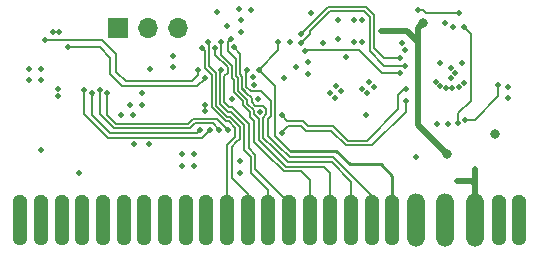
<source format=gbr>
%TF.GenerationSoftware,KiCad,Pcbnew,7.0.7*%
%TF.CreationDate,2024-01-01T23:26:11-08:00*%
%TF.ProjectId,Curly_Mini_v0,4375726c-795f-44d6-996e-695f76302e6b,rev?*%
%TF.SameCoordinates,Original*%
%TF.FileFunction,Copper,L4,Bot*%
%TF.FilePolarity,Positive*%
%FSLAX46Y46*%
G04 Gerber Fmt 4.6, Leading zero omitted, Abs format (unit mm)*
G04 Created by KiCad (PCBNEW 7.0.7) date 2024-01-01 23:26:11*
%MOMM*%
%LPD*%
G01*
G04 APERTURE LIST*
G04 Aperture macros list*
%AMFreePoly0*
4,1,29,0.193136,2.094410,0.334892,2.027705,0.455605,1.927842,0.547692,1.801096,0.605364,1.655431,0.625000,1.500000,0.625000,-1.500000,0.620072,-1.578333,0.581110,-1.730078,0.505636,-1.867366,0.398390,-1.981571,0.266112,-2.065517,0.117113,-2.113930,-0.039244,-2.123767,-0.193136,-2.094410,-0.334892,-2.027705,-0.455605,-1.927842,-0.547692,-1.801096,-0.605364,-1.655431,-0.625000,-1.500000,
-0.625000,1.500000,-0.620072,1.578333,-0.581110,1.730078,-0.505636,1.867366,-0.398390,1.981571,-0.266112,2.065517,-0.117113,2.113930,0.039244,2.123767,0.193136,2.094410,0.193136,2.094410,$1*%
%AMFreePoly1*
4,1,31,0.130236,2.238606,0.297060,2.188662,0.447869,2.101592,0.574533,1.982091,0.670224,1.836599,0.729784,1.672962,0.750000,1.500000,0.750000,-1.500000,0.744929,-1.587070,0.704769,-1.756515,0.626616,-1.912132,0.514681,-2.045530,0.375000,-2.149519,0.215102,-2.218492,0.043609,-2.248731,-0.130236,-2.238606,-0.297060,-2.188662,-0.447869,-2.101592,-0.574533,-1.982091,-0.670224,-1.836599,
-0.729784,-1.672962,-0.750000,-1.500000,-0.750000,1.500000,-0.744929,1.587070,-0.704769,1.756515,-0.626616,1.912132,-0.514681,2.045530,-0.375000,2.149519,-0.215102,2.218492,-0.043609,2.248731,0.130236,2.238606,0.130236,2.238606,$1*%
G04 Aperture macros list end*
%TA.AperFunction,CastellatedPad*%
%ADD10FreePoly0,180.000000*%
%TD*%
%TA.AperFunction,CastellatedPad*%
%ADD11FreePoly1,180.000000*%
%TD*%
%TA.AperFunction,ComponentPad*%
%ADD12R,1.700000X1.700000*%
%TD*%
%TA.AperFunction,ComponentPad*%
%ADD13O,1.700000X1.700000*%
%TD*%
%TA.AperFunction,ViaPad*%
%ADD14C,0.500000*%
%TD*%
%TA.AperFunction,ViaPad*%
%ADD15C,0.800000*%
%TD*%
%TA.AperFunction,Conductor*%
%ADD16C,0.200000*%
%TD*%
%TA.AperFunction,Conductor*%
%ADD17C,0.150000*%
%TD*%
%TA.AperFunction,Conductor*%
%ADD18C,0.500000*%
%TD*%
%TA.AperFunction,Conductor*%
%ADD19C,0.250000*%
%TD*%
G04 APERTURE END LIST*
D10*
%TO.P,J26,1,Pin_1*%
%TO.N,/CANH*%
X112675000Y-69600000D03*
%TO.P,J26,2,Pin_2*%
%TO.N,/CANL*%
X110925000Y-69600000D03*
D11*
%TO.P,J26,3,Pin_3*%
%TO.N,GND*%
X108925000Y-69600000D03*
%TO.P,J26,4,Pin_4*%
%TO.N,VDC*%
X106425000Y-69600000D03*
%TO.P,J26,5,Pin_5*%
%TO.N,GND*%
X103925000Y-69600000D03*
D10*
%TO.P,J26,6,Pin_6*%
%TO.N,/~{EXT_RESET}*%
X101925000Y-69600000D03*
%TO.P,J26,7,Pin_7*%
%TO.N,/GPIO_22*%
X100175000Y-69600000D03*
%TO.P,J26,8,Pin_8*%
%TO.N,/GPIO_23*%
X98425000Y-69600000D03*
%TO.P,J26,9,Pin_9*%
%TO.N,/GPIO_24*%
X96675000Y-69600000D03*
%TO.P,J26,10,Pin_10*%
%TO.N,/GPIO_25*%
X94925000Y-69600000D03*
%TO.P,J26,11,Pin_11*%
%TO.N,/GPIO_26_A0*%
X93175000Y-69600000D03*
%TO.P,J26,12,Pin_12*%
%TO.N,/GPIO_27_A1*%
X91425000Y-69600000D03*
%TO.P,J26,13,Pin_13*%
%TO.N,/GPIO_28_A2*%
X89675000Y-69600000D03*
%TO.P,J26,14,Pin_14*%
%TO.N,/GPIO_29_A3*%
X87925000Y-69600000D03*
%TO.P,J26,15,Pin_15*%
%TO.N,/GPIO_7*%
X86175000Y-69600000D03*
%TO.P,J26,16,Pin_16*%
%TO.N,/GPIO_6*%
X84425000Y-69600000D03*
%TO.P,J26,17,Pin_17*%
%TO.N,/GPIO_3*%
X82675000Y-69600000D03*
%TO.P,J26,18,Pin_18*%
%TO.N,/GPIO_2*%
X80925000Y-69600000D03*
%TO.P,J26,19,Pin_19*%
%TO.N,+3V3*%
X79175000Y-69600000D03*
%TO.P,J26,20,Pin_20*%
%TO.N,GND*%
X77425000Y-69600000D03*
%TO.P,J26,21,Pin_21*%
%TO.N,/RS232_1_RX*%
X75675000Y-69600000D03*
%TO.P,J26,22,Pin_22*%
%TO.N,/RS232_1_TX*%
X73925000Y-69600000D03*
%TO.P,J26,23,Pin_23*%
%TO.N,/RS232_0_RX*%
X72175000Y-69600000D03*
%TO.P,J26,24,Pin_24*%
%TO.N,/RS232_0_TX*%
X70425000Y-69600000D03*
%TD*%
D12*
%TO.P,J8,1,Pin_1*%
%TO.N,/USB_DP*%
X78740000Y-53340000D03*
D13*
%TO.P,J8,2,Pin_2*%
%TO.N,/USB_DM*%
X81280000Y-53340000D03*
%TO.P,J8,3,Pin_3*%
%TO.N,GND*%
X83820000Y-53340000D03*
%TD*%
D14*
%TO.N,GND*%
X88341168Y-59355393D03*
%TO.N,/CAN_TXVR_STBY*%
X107575000Y-52050000D03*
X104075000Y-51825000D03*
%TO.N,GND*%
X86037000Y-59807289D03*
X86054911Y-60357089D03*
X88950000Y-51700000D03*
X89100000Y-52650000D03*
%TO.N,+3V3*%
X87900000Y-53175000D03*
X89125000Y-53625000D03*
X89925000Y-51750000D03*
%TO.N,GND*%
X108925000Y-65725000D03*
X108925000Y-65225000D03*
X107950000Y-66250000D03*
X107400000Y-66250000D03*
%TO.N,/GPIO_22*%
X89597934Y-56852306D03*
%TO.N,/GPIO_24*%
X88250000Y-54250000D03*
%TO.N,/GPIO_23*%
X88500500Y-54950000D03*
%TO.N,/GPIO_27_A1*%
X87454404Y-56863506D03*
%TO.N,/SWCLK*%
X90200000Y-58150000D03*
%TO.N,/SWDIO*%
X90102031Y-57457536D03*
%TO.N,/GPIO_25*%
X87446896Y-54520610D03*
%TO.N,/GPIO_26_A0*%
X86921987Y-54982966D03*
%TO.N,/GPIO_28_A2*%
X86344622Y-54532489D03*
%TO.N,/GPIO_29_A3*%
X85850000Y-55027112D03*
%TO.N,+3V3*%
X96100000Y-54550000D03*
X97350000Y-54200000D03*
X99350000Y-54500000D03*
X98650000Y-54500000D03*
%TO.N,GND*%
X97350000Y-52650000D03*
X99350000Y-52600000D03*
X98700000Y-52600000D03*
X102750000Y-54550000D03*
%TO.N,+5V*%
X101000000Y-53550000D03*
X101600000Y-53550000D03*
X102750000Y-53550000D03*
%TO.N,/~{CAN_RX_BUF0}*%
X94200000Y-54600000D03*
%TO.N,/~{CAN_RX_INT}*%
X94500000Y-55250000D03*
%TO.N,/~{CAN_RX_BUF1}*%
X94173944Y-53848944D03*
%TO.N,/~{CAN_RX_INT}*%
X102600000Y-57150000D03*
%TO.N,/~{CAN_RX_BUF0}*%
X103000000Y-56500000D03*
%TO.N,/~{CAN_RX_BUF1}*%
X102600000Y-55850000D03*
D15*
%TO.N,+5V*%
X104550000Y-52850000D03*
X106550000Y-64000000D03*
D14*
%TO.N,GND*%
X111750000Y-59275000D03*
%TO.N,+3V3*%
X111750000Y-58325000D03*
D15*
%TO.N,GND*%
X110600000Y-62250000D03*
D14*
X103900000Y-64250000D03*
%TO.N,/SPI1_RX*%
X103050000Y-59450000D03*
%TO.N,/SPI1_TX*%
X103050000Y-58500000D03*
%TO.N,GND*%
X107050000Y-53250000D03*
%TO.N,/SWCLK*%
X86032441Y-57538700D03*
%TO.N,/SWDIO*%
X85498746Y-56889935D03*
%TO.N,GND*%
X95010000Y-52000000D03*
%TO.N,+3V3*%
X83350000Y-56650000D03*
%TO.N,GND*%
X73744772Y-53650000D03*
X73200000Y-53650000D03*
%TO.N,/SWCLK*%
X74450000Y-54950000D03*
%TO.N,/SWDIO*%
X72500000Y-54300000D03*
%TO.N,GND*%
X75400000Y-65600000D03*
X72200000Y-63650000D03*
%TO.N,+3V3*%
X71200000Y-56800000D03*
X72200000Y-56800000D03*
%TO.N,GND*%
X71200000Y-57750000D03*
X72200000Y-57750000D03*
X73600000Y-59050000D03*
X73600000Y-58500000D03*
%TO.N,/UART_0_TX*%
X85650000Y-61950000D03*
%TO.N,/UART_0_RX*%
X86452951Y-61962032D03*
%TO.N,/UART_1_TX*%
X87275497Y-61963000D03*
%TO.N,/UART_1_RX*%
X88050000Y-61967992D03*
X77800000Y-58850000D03*
%TO.N,/UART_1_TX*%
X77150000Y-58550000D03*
%TO.N,/UART_0_TX*%
X76500000Y-58850000D03*
%TO.N,/UART_0_RX*%
X75850000Y-58550000D03*
%TO.N,+3V3*%
X93275000Y-54525000D03*
%TO.N,/~{EXT_RESET}*%
X92250000Y-54500000D03*
%TO.N,+3V3*%
X106650000Y-61465810D03*
%TO.N,GND*%
X105700000Y-61465810D03*
%TO.N,Net-(U2-RXCAN)*%
X110876056Y-58164754D03*
%TO.N,Net-(U2-TXCAN)*%
X107483423Y-61396169D03*
%TO.N,Net-(U2-RXCAN)*%
X108100000Y-61065810D03*
%TO.N,Net-(U2-TXCAN)*%
X107975000Y-53215810D03*
%TO.N,GND*%
X106350000Y-52850000D03*
X108000000Y-57940810D03*
X107575000Y-58315810D03*
X107000000Y-58365810D03*
X106500000Y-58365810D03*
X106000000Y-58215810D03*
X105600000Y-57865810D03*
X106875000Y-57510810D03*
X107275000Y-57115810D03*
X106875000Y-56715810D03*
X107800000Y-56265810D03*
X106000000Y-56265810D03*
X103000000Y-55205810D03*
%TO.N,+3V3*%
X90549500Y-59362000D03*
X94800000Y-57175000D03*
X85150000Y-64000000D03*
X89025000Y-64570000D03*
X80750000Y-58800000D03*
X84150000Y-64000000D03*
X79950000Y-60700000D03*
%TO.N,GND*%
X99700000Y-60650000D03*
X96650000Y-58800000D03*
X97200000Y-58250000D03*
X98000000Y-55750000D03*
X100350000Y-58300000D03*
X78950000Y-60700000D03*
X87060000Y-51925000D03*
X99950000Y-57900000D03*
X80750000Y-59800000D03*
X80050000Y-63150000D03*
X99400000Y-58450000D03*
X84150000Y-64975000D03*
X89050000Y-65545000D03*
X79750000Y-59800000D03*
X83350000Y-55700000D03*
X93800000Y-56650000D03*
X81400000Y-56750000D03*
X97050000Y-59200000D03*
X85150000Y-64975000D03*
X92750000Y-57575000D03*
X90742685Y-60411538D03*
X94825000Y-56225000D03*
X97600000Y-58650000D03*
X81350000Y-63150000D03*
X99800000Y-58850000D03*
%TO.N,/~{EXT_RESET}*%
X90600000Y-56862000D03*
%TO.N,/SPI1_TX*%
X92550000Y-60663000D03*
%TO.N,/SPI1_RX*%
X92550000Y-62162000D03*
%TD*%
D16*
%TO.N,/SWDIO*%
X79800000Y-57825000D02*
X79375000Y-57825000D01*
X79375000Y-57825000D02*
X78550000Y-57000000D01*
X78550000Y-57000000D02*
X78550000Y-55500000D01*
X78550000Y-55500000D02*
X77350000Y-54300000D01*
X77350000Y-54300000D02*
X72500000Y-54300000D01*
%TO.N,/SWCLK*%
X86032441Y-57538700D02*
X86032441Y-57592559D01*
X85400000Y-58225000D02*
X79075000Y-58225000D01*
X79075000Y-58225000D02*
X78050000Y-57200000D01*
X86032441Y-57592559D02*
X85400000Y-58225000D01*
X78050000Y-57200000D02*
X78050000Y-55850000D01*
X78050000Y-55850000D02*
X77150000Y-54950000D01*
X77150000Y-54950000D02*
X74450000Y-54950000D01*
D17*
%TO.N,/GPIO_22*%
X91625000Y-59500000D02*
X91625000Y-60800000D01*
X89925000Y-58675000D02*
X90800000Y-58675000D01*
X89575000Y-56875240D02*
X89575000Y-58325000D01*
X90800000Y-58675000D02*
X91625000Y-59500000D01*
X89597934Y-56852306D02*
X89575000Y-56875240D01*
X89575000Y-58325000D02*
X89925000Y-58675000D01*
X91400000Y-61025000D02*
X91400000Y-62225000D01*
X91625000Y-60800000D02*
X91400000Y-61025000D01*
%TO.N,/GPIO_23*%
X88500500Y-54950000D02*
X89028904Y-55478404D01*
X89028904Y-57235050D02*
X89225000Y-57431146D01*
X89028904Y-55478404D02*
X89028904Y-57235050D01*
X89225000Y-57431146D02*
X89225000Y-58469974D01*
%TO.N,/GPIO_24*%
X88250000Y-54250000D02*
X87975500Y-54524500D01*
X90600000Y-61011316D02*
X90600000Y-62175000D01*
X87975500Y-54524500D02*
X87975500Y-55225500D01*
X90217685Y-60287659D02*
X90217685Y-60629001D01*
X87975500Y-55225500D02*
X88678904Y-55928904D01*
X88875000Y-57576121D02*
X88875000Y-58614948D01*
X89662500Y-59732474D02*
X90217685Y-60287659D01*
X88678904Y-55928904D02*
X88678904Y-57380025D01*
X88678904Y-57380025D02*
X88875000Y-57576121D01*
X88875000Y-58614948D02*
X89662500Y-59402449D01*
X89662500Y-59402449D02*
X89662500Y-59732474D01*
X90217685Y-60629001D02*
X90600000Y-61011316D01*
%TO.N,/GPIO_29_A3*%
X85850000Y-55027112D02*
X86047487Y-55224599D01*
X86225000Y-56875000D02*
X86650000Y-57300000D01*
X86047487Y-55224599D02*
X86047487Y-56697487D01*
X86047487Y-56697487D02*
X86225000Y-56875000D01*
%TO.N,/GPIO_28_A2*%
X86397487Y-55125000D02*
X86397487Y-54585354D01*
X86397487Y-55222088D02*
X86397487Y-55125000D01*
X86397487Y-56547487D02*
X86550000Y-56700000D01*
X87000000Y-57150000D02*
X86550000Y-56700000D01*
X86397487Y-55125000D02*
X86397487Y-56547487D01*
D16*
%TO.N,/SWDIO*%
X84950000Y-57825000D02*
X79800000Y-57825000D01*
X85498746Y-56889935D02*
X85498746Y-57276254D01*
X85498746Y-57276254D02*
X84950000Y-57825000D01*
D17*
%TO.N,/GPIO_28_A2*%
X87000000Y-59884381D02*
X87000000Y-57600000D01*
X87000000Y-57600000D02*
X87000000Y-57150000D01*
%TO.N,/GPIO_29_A3*%
X86650000Y-57450000D02*
X86650000Y-60029354D01*
X86650000Y-57300000D02*
X86650000Y-57450000D01*
%TO.N,/GPIO_27_A1*%
X87454404Y-56863506D02*
X87350000Y-56967910D01*
X88042797Y-60432204D02*
X88272152Y-60432204D01*
X87350000Y-56967910D02*
X87350000Y-59739407D01*
X87350000Y-59739407D02*
X88042797Y-60432204D01*
X89400000Y-61560052D02*
X89400000Y-62075000D01*
X88272152Y-60432204D02*
X89400000Y-61560052D01*
D16*
%TO.N,/SPI1_RX*%
X92550000Y-62150000D02*
X92550000Y-62162000D01*
X103050000Y-60415686D02*
X100215686Y-63250000D01*
X94234314Y-61600000D02*
X93100000Y-61600000D01*
X103050000Y-59450000D02*
X103050000Y-60415686D01*
X100215686Y-63250000D02*
X97984314Y-63250000D01*
X97984314Y-63250000D02*
X96734314Y-62000000D01*
X96734314Y-62000000D02*
X94634314Y-62000000D01*
X94634314Y-62000000D02*
X94234314Y-61600000D01*
X93100000Y-61600000D02*
X92550000Y-62150000D01*
D17*
%TO.N,/GPIO_29_A3*%
X88600000Y-61750000D02*
X88600000Y-62025000D01*
X86650000Y-60029354D02*
X87835322Y-61214677D01*
X87835322Y-61214677D02*
X88064677Y-61214677D01*
X88064677Y-61214677D02*
X88600000Y-61750000D01*
%TO.N,/GPIO_28_A2*%
X88284987Y-60940013D02*
X88199665Y-60854691D01*
X88199665Y-60854691D02*
X87970310Y-60854691D01*
X87970310Y-60854691D02*
X87000000Y-59884381D01*
X86397487Y-54585354D02*
X86344622Y-54532489D01*
%TO.N,/GPIO_26_A0*%
X87700000Y-57400000D02*
X87700000Y-58000000D01*
X87700000Y-58000000D02*
X87700000Y-58209922D01*
X89775000Y-61440078D02*
X88357139Y-60022217D01*
X89775000Y-62100000D02*
X89775000Y-61440078D01*
X88357139Y-60022217D02*
X88127784Y-60022217D01*
X88127784Y-60022217D02*
X87700000Y-59594433D01*
X87700000Y-59594433D02*
X87700000Y-58000000D01*
D16*
%TO.N,/~{CAN_RX_BUF1}*%
X94173944Y-53848944D02*
X94173944Y-53810370D01*
X94173944Y-53810370D02*
X96484315Y-51500000D01*
X96484315Y-51500000D02*
X99665685Y-51500000D01*
X99665685Y-51500000D02*
X100400000Y-52234314D01*
X100400000Y-52234314D02*
X100400000Y-55000000D01*
X100400000Y-55000000D02*
X101250000Y-55850000D01*
X101250000Y-55850000D02*
X101850000Y-55850000D01*
%TO.N,/~{CAN_RX_BUF0}*%
X94950000Y-53600000D02*
X96587500Y-51962500D01*
X96650000Y-51900000D02*
X96587500Y-51962500D01*
X99575000Y-51975000D02*
X99500000Y-51900000D01*
X99500000Y-51900000D02*
X96650000Y-51900000D01*
X99575000Y-51975000D02*
X100000000Y-52400000D01*
X94200000Y-54600000D02*
X94950000Y-53850000D01*
X94950000Y-53850000D02*
X94950000Y-53600000D01*
X100000000Y-52400000D02*
X100000000Y-55300000D01*
X100000000Y-55300000D02*
X101200000Y-56500000D01*
X101200000Y-56500000D02*
X103000000Y-56500000D01*
%TO.N,/CAN_TXVR_STBY*%
X107575000Y-52050000D02*
X104775000Y-52050000D01*
X107600000Y-52050000D02*
X107575000Y-52050000D01*
X104775000Y-52050000D02*
X104550000Y-51825000D01*
X104550000Y-51825000D02*
X104075000Y-51825000D01*
D18*
%TO.N,+5V*%
X106550000Y-64000000D02*
X104100000Y-61550000D01*
X104100000Y-61550000D02*
X104100000Y-54650000D01*
D17*
%TO.N,/GPIO_26_A0*%
X86921987Y-54982966D02*
X86921987Y-55587366D01*
X86921987Y-55587366D02*
X87978904Y-56644283D01*
X87978904Y-56644283D02*
X87978904Y-57121096D01*
X87978904Y-57121096D02*
X87700000Y-57400000D01*
%TO.N,/GPIO_25*%
X90200000Y-62175000D02*
X90200000Y-61200000D01*
X90200000Y-61200000D02*
X89867685Y-60867685D01*
X89867685Y-60867685D02*
X89867685Y-60432634D01*
X89867685Y-60432634D02*
X89290077Y-59855026D01*
X89290077Y-59855026D02*
X89290077Y-59525000D01*
X89290077Y-59525000D02*
X88525000Y-58759923D01*
X88525000Y-58759923D02*
X88525000Y-57721096D01*
X88525000Y-57721096D02*
X88328904Y-57525000D01*
X88328904Y-57525000D02*
X88328904Y-56499308D01*
X88328904Y-56499308D02*
X87446896Y-55617301D01*
X87446896Y-55617301D02*
X87446896Y-54520610D01*
%TO.N,/GPIO_23*%
X91000000Y-62200000D02*
X91000000Y-60896686D01*
X91000000Y-60896686D02*
X91275000Y-60621686D01*
X91275000Y-60621686D02*
X91275000Y-60201390D01*
D16*
%TO.N,/GPIO_22*%
X91400000Y-62425000D02*
X91400000Y-62225000D01*
X92100000Y-63125000D02*
X91400000Y-62425000D01*
%TO.N,/GPIO_23*%
X91000000Y-62591899D02*
X91000000Y-62200000D01*
X91829050Y-63420949D02*
X91000000Y-62591899D01*
%TO.N,/GPIO_24*%
X90600000Y-62757585D02*
X90600000Y-62175000D01*
X91375000Y-63532585D02*
X90600000Y-62757585D01*
%TO.N,/GPIO_25*%
X90200000Y-62925000D02*
X90200000Y-62175000D01*
X90800000Y-63525000D02*
X90200000Y-62925000D01*
%TO.N,/GPIO_26_A0*%
X93175000Y-71120000D02*
X93175000Y-68100000D01*
X93175000Y-68100000D02*
X90325000Y-65250000D01*
X89800000Y-63509314D02*
X89800000Y-62100000D01*
X90325000Y-65250000D02*
X90325000Y-64034314D01*
X90325000Y-64034314D02*
X89800000Y-63509314D01*
%TO.N,/GPIO_27_A1*%
X91425000Y-71120000D02*
X91425000Y-67050000D01*
X91425000Y-67050000D02*
X89925000Y-65550000D01*
X89925000Y-65550000D02*
X89925000Y-64200000D01*
X89925000Y-64200000D02*
X89400000Y-63675000D01*
X89400000Y-63675000D02*
X89400000Y-62075000D01*
%TO.N,/GPIO_25*%
X90973271Y-63698271D02*
X90800000Y-63525000D01*
X90975000Y-63698271D02*
X90973271Y-63698271D01*
%TO.N,/GPIO_22*%
X92261894Y-63288106D02*
X92100000Y-63126213D01*
X93223787Y-64250000D02*
X92261894Y-63288106D01*
D17*
%TO.N,/GPIO_23*%
X91275000Y-60201390D02*
X90960610Y-59887000D01*
X90960610Y-59887000D02*
X90525000Y-59887000D01*
D16*
%TO.N,/GPIO_25*%
X91238364Y-63961635D02*
X90975000Y-63698271D01*
%TO.N,/GPIO_24*%
X91546207Y-63703792D02*
X91375000Y-63532585D01*
%TO.N,/GPIO_25*%
X92726729Y-65450000D02*
X91238364Y-63961635D01*
X93925000Y-65450000D02*
X92726729Y-65450000D01*
%TO.N,/GPIO_24*%
X92892415Y-65050000D02*
X91546207Y-63703792D01*
X93675000Y-65050000D02*
X92892415Y-65050000D01*
%TO.N,/GPIO_23*%
X93058101Y-64650000D02*
X91829050Y-63420949D01*
X93500000Y-64650000D02*
X93058101Y-64650000D01*
%TO.N,/GPIO_22*%
X92100000Y-63126213D02*
X92100000Y-63125000D01*
X93325000Y-64250000D02*
X93223787Y-64250000D01*
D17*
%TO.N,/GPIO_28_A2*%
X88284987Y-60940013D02*
X88584987Y-61240013D01*
X89000000Y-62075000D02*
X89000000Y-61655026D01*
X89000000Y-61655026D02*
X88284987Y-60940013D01*
D16*
%TO.N,/GPIO_29_A3*%
X88600000Y-62025000D02*
X88600000Y-62525000D01*
%TO.N,/GPIO_28_A2*%
X89000000Y-62690685D02*
X89000000Y-62075000D01*
D17*
%TO.N,/GPIO_23*%
X89415013Y-58659987D02*
X89577513Y-58822487D01*
X89255025Y-58500000D02*
X89415013Y-58659987D01*
X89415013Y-58659987D02*
X89225000Y-58469974D01*
X89577513Y-58822487D02*
X90012500Y-59257474D01*
X89577513Y-58822487D02*
X89225000Y-58469974D01*
X90012500Y-59257474D02*
X90012500Y-59587500D01*
X90012500Y-59587500D02*
X90312000Y-59887000D01*
X90312000Y-59887000D02*
X90766963Y-59887000D01*
D16*
%TO.N,/~{EXT_RESET}*%
X93274828Y-63700000D02*
X92000000Y-62425172D01*
X92000000Y-62425172D02*
X92000000Y-58262000D01*
X92000000Y-58262000D02*
X90600000Y-56862000D01*
%TO.N,/SPI1_TX*%
X103050000Y-58500000D02*
X102922182Y-58500000D01*
X92550000Y-60700000D02*
X92550000Y-60663000D01*
X94800000Y-61600000D02*
X94400000Y-61200000D01*
X102922182Y-58500000D02*
X102450000Y-58972182D01*
X93050000Y-61200000D02*
X92550000Y-60700000D01*
X96900000Y-61600000D02*
X94800000Y-61600000D01*
X99775000Y-62850000D02*
X98150000Y-62850000D01*
X98150000Y-62850000D02*
X96900000Y-61600000D01*
X94400000Y-61200000D02*
X93050000Y-61200000D01*
X102450000Y-60175000D02*
X99775000Y-62850000D01*
X102450000Y-58972182D02*
X102450000Y-60175000D01*
%TO.N,/GPIO_25*%
X93925000Y-65450000D02*
X94225000Y-65450000D01*
X94225000Y-65450000D02*
X94925000Y-66150000D01*
X94925000Y-66150000D02*
X94925000Y-71120000D01*
%TO.N,/GPIO_24*%
X96675000Y-71120000D02*
X96675000Y-65575000D01*
X93925000Y-65050000D02*
X93675000Y-65050000D01*
X96675000Y-65575000D02*
X96150000Y-65050000D01*
X95875000Y-65050000D02*
X93925000Y-65050000D01*
X96150000Y-65050000D02*
X95875000Y-65050000D01*
%TO.N,/GPIO_23*%
X96759314Y-64650000D02*
X93500000Y-64650000D01*
X96792157Y-64682843D02*
X96759314Y-64650000D01*
X98425000Y-71120000D02*
X98425000Y-66315686D01*
X98425000Y-66315686D02*
X96792157Y-64682843D01*
%TO.N,/GPIO_22*%
X98312500Y-65637500D02*
X96925000Y-64250000D01*
X100175000Y-67500000D02*
X98312500Y-65637500D01*
X96925000Y-64250000D02*
X93325000Y-64250000D01*
X98312500Y-65637500D02*
X97900000Y-65225000D01*
X100175000Y-71120000D02*
X100175000Y-67500000D01*
%TO.N,/GPIO_25*%
X94925000Y-71120000D02*
X94925000Y-67625000D01*
%TO.N,/GPIO_29_A3*%
X87925000Y-63200000D02*
X87925000Y-71120000D01*
X88600000Y-62525000D02*
X87925000Y-63200000D01*
%TO.N,/GPIO_28_A2*%
X88325000Y-66000000D02*
X88325000Y-64800000D01*
X88720343Y-62970343D02*
X89000000Y-62690685D01*
X88425000Y-66100000D02*
X88325000Y-66000000D01*
X89675000Y-71120000D02*
X89675000Y-67350000D01*
X89675000Y-67350000D02*
X88425000Y-66100000D01*
X88325000Y-64800000D02*
X88325000Y-63365686D01*
X88325000Y-63365686D02*
X88720343Y-62970343D01*
D19*
%TO.N,/~{EXT_RESET}*%
X98312500Y-64862500D02*
X97150000Y-63700000D01*
X101925000Y-65825000D02*
X101925000Y-71120000D01*
X98312500Y-64862500D02*
X100962500Y-64862500D01*
X100962500Y-64862500D02*
X101925000Y-65825000D01*
D18*
%TO.N,GND*%
X108925000Y-71120000D02*
X108925000Y-65375000D01*
X107400000Y-66250000D02*
X108650000Y-66250000D01*
X108650000Y-66250000D02*
X108925000Y-66525000D01*
X108925000Y-71120000D02*
X108925000Y-66525000D01*
D19*
%TO.N,/~{EXT_RESET}*%
X97150000Y-63700000D02*
X93274828Y-63700000D01*
D16*
%TO.N,/~{CAN_RX_BUF1}*%
X102600000Y-55850000D02*
X101850000Y-55850000D01*
X101850000Y-55850000D02*
X101450000Y-55850000D01*
%TO.N,/~{CAN_RX_INT}*%
X94500000Y-55250000D02*
X94550000Y-55200000D01*
X94550000Y-55200000D02*
X99100000Y-55200000D01*
X99100000Y-55200000D02*
X101050000Y-57150000D01*
X101050000Y-57150000D02*
X102600000Y-57150000D01*
D18*
%TO.N,+5V*%
X101000000Y-53550000D02*
X101250000Y-53550000D01*
X101600000Y-53550000D02*
X101000000Y-53550000D01*
X102750000Y-53550000D02*
X102700000Y-53550000D01*
X102700000Y-53550000D02*
X101600000Y-53550000D01*
X104100000Y-54500000D02*
X103200000Y-53600000D01*
X104100000Y-54650000D02*
X104100000Y-54500000D01*
X104100000Y-53300000D02*
X104100000Y-54650000D01*
X103200000Y-53600000D02*
X103150000Y-53550000D01*
X103150000Y-53550000D02*
X102750000Y-53550000D01*
X104550000Y-52850000D02*
X104100000Y-53300000D01*
X104550000Y-52850000D02*
X104400000Y-53000000D01*
D16*
%TO.N,/~{EXT_RESET}*%
X92250000Y-55212000D02*
X92250000Y-54500000D01*
X90600000Y-56862000D02*
X92250000Y-55212000D01*
%TO.N,/SWDIO*%
X79800000Y-57825000D02*
X79400000Y-57825000D01*
%TO.N,/UART_1_RX*%
X77800000Y-58850000D02*
X77800000Y-60700000D01*
X84634315Y-61400000D02*
X85040564Y-60993751D01*
X77800000Y-60700000D02*
X78500000Y-61400000D01*
X78500000Y-61400000D02*
X84634315Y-61400000D01*
X85040564Y-60993751D02*
X87084066Y-60993751D01*
X87084066Y-60993751D02*
X88050000Y-61959685D01*
X88050000Y-61959685D02*
X88050000Y-61967992D01*
%TO.N,/UART_1_TX*%
X77150000Y-58550000D02*
X77150000Y-60615686D01*
X77150000Y-60615686D02*
X78334314Y-61800000D01*
X78334314Y-61800000D02*
X84800000Y-61800000D01*
X84800000Y-61800000D02*
X85206249Y-61393751D01*
X85206249Y-61393751D02*
X86706249Y-61393751D01*
X86706249Y-61393751D02*
X87275497Y-61963000D01*
%TO.N,/UART_0_TX*%
X76500000Y-58850000D02*
X76500000Y-60650000D01*
X76500000Y-60650000D02*
X78050000Y-62200000D01*
X85400000Y-62200000D02*
X85650000Y-61950000D01*
X78050000Y-62200000D02*
X85400000Y-62200000D01*
%TO.N,/UART_0_RX*%
X75850000Y-58550000D02*
X75850000Y-60565686D01*
X75850000Y-60565686D02*
X77884314Y-62600000D01*
X77884314Y-62600000D02*
X85814982Y-62600000D01*
X85814982Y-62600000D02*
X86452951Y-61962032D01*
%TO.N,/UART_0_TX*%
X76600000Y-58950000D02*
X76500000Y-58850000D01*
%TO.N,Net-(U2-TXCAN)*%
X107483423Y-61396169D02*
X107483423Y-60532387D01*
X107483423Y-60532387D02*
X108550000Y-59465810D01*
X108550000Y-53790810D02*
X107975000Y-53215810D01*
X108550000Y-59465810D02*
X108550000Y-53790810D01*
%TO.N,Net-(U2-RXCAN)*%
X110876056Y-58164754D02*
X110876056Y-59089754D01*
X110876056Y-59089754D02*
X108900000Y-61065810D01*
X108900000Y-61065810D02*
X108100000Y-61065810D01*
%TO.N,/SWDIO*%
X79400000Y-57825000D02*
X79350000Y-57775000D01*
%TD*%
M02*

</source>
